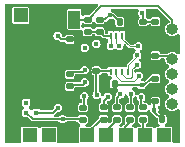
<source format=gbr>
%TF.GenerationSoftware,KiCad,Pcbnew,7.0.2-6a45011f42~172~ubuntu22.04.1*%
%TF.CreationDate,2023-05-25T09:16:40+08:00*%
%TF.ProjectId,fly2040_ds,666c7932-3034-4305-9f64-732e6b696361,rev?*%
%TF.SameCoordinates,PX45b1cc0PY2f4fd10*%
%TF.FileFunction,Copper,L4,Bot*%
%TF.FilePolarity,Positive*%
%FSLAX46Y46*%
G04 Gerber Fmt 4.6, Leading zero omitted, Abs format (unit mm)*
G04 Created by KiCad (PCBNEW 7.0.2-6a45011f42~172~ubuntu22.04.1) date 2023-05-25 09:16:40*
%MOMM*%
%LPD*%
G01*
G04 APERTURE LIST*
G04 Aperture macros list*
%AMRoundRect*
0 Rectangle with rounded corners*
0 $1 Rounding radius*
0 $2 $3 $4 $5 $6 $7 $8 $9 X,Y pos of 4 corners*
0 Add a 4 corners polygon primitive as box body*
4,1,4,$2,$3,$4,$5,$6,$7,$8,$9,$2,$3,0*
0 Add four circle primitives for the rounded corners*
1,1,$1+$1,$2,$3*
1,1,$1+$1,$4,$5*
1,1,$1+$1,$6,$7*
1,1,$1+$1,$8,$9*
0 Add four rect primitives between the rounded corners*
20,1,$1+$1,$2,$3,$4,$5,0*
20,1,$1+$1,$4,$5,$6,$7,0*
20,1,$1+$1,$6,$7,$8,$9,0*
20,1,$1+$1,$8,$9,$2,$3,0*%
G04 Aperture macros list end*
%TA.AperFunction,SMDPad,CuDef*%
%ADD10RoundRect,0.135000X-0.185000X0.135000X-0.185000X-0.135000X0.185000X-0.135000X0.185000X0.135000X0*%
%TD*%
%TA.AperFunction,SMDPad,CuDef*%
%ADD11RoundRect,0.135000X0.185000X-0.135000X0.185000X0.135000X-0.185000X0.135000X-0.185000X-0.135000X0*%
%TD*%
%TA.AperFunction,SMDPad,CuDef*%
%ADD12RoundRect,0.140000X0.170000X-0.140000X0.170000X0.140000X-0.170000X0.140000X-0.170000X-0.140000X0*%
%TD*%
%TA.AperFunction,SMDPad,CuDef*%
%ADD13RoundRect,0.140000X-0.170000X0.140000X-0.170000X-0.140000X0.170000X-0.140000X0.170000X0.140000X0*%
%TD*%
%TA.AperFunction,SMDPad,CuDef*%
%ADD14RoundRect,0.140000X-0.140000X-0.170000X0.140000X-0.170000X0.140000X0.170000X-0.140000X0.170000X0*%
%TD*%
%TA.AperFunction,SMDPad,CuDef*%
%ADD15RoundRect,0.140000X0.140000X0.170000X-0.140000X0.170000X-0.140000X-0.170000X0.140000X-0.170000X0*%
%TD*%
%TA.AperFunction,ComponentPad*%
%ADD16R,1.200000X1.200000*%
%TD*%
%TA.AperFunction,SMDPad,CuDef*%
%ADD17R,0.280000X0.600000*%
%TD*%
%TA.AperFunction,SMDPad,CuDef*%
%ADD18R,1.700000X0.300000*%
%TD*%
%TA.AperFunction,ComponentPad*%
%ADD19O,1.000000X1.000000*%
%TD*%
%TA.AperFunction,SMDPad,CuDef*%
%ADD20R,1.000000X1.524000*%
%TD*%
%TA.AperFunction,SMDPad,CuDef*%
%ADD21R,0.450000X0.450000*%
%TD*%
%TA.AperFunction,ViaPad*%
%ADD22C,0.450000*%
%TD*%
%TA.AperFunction,Conductor*%
%ADD23C,0.200000*%
%TD*%
%TA.AperFunction,Conductor*%
%ADD24C,0.100000*%
%TD*%
G04 APERTURE END LIST*
D10*
%TO.P,R11,1*%
%TO.N,Net-(U1-GPIO29_ADC3)*%
X11810000Y-8900000D03*
%TO.P,R11,2*%
%TO.N,NS_D0*%
X11810000Y-9920000D03*
%TD*%
%TO.P,R10,1*%
%TO.N,Net-(U1-GPIO28_ADC2)*%
X10680000Y-8900000D03*
%TO.P,R10,2*%
%TO.N,NS_CMD*%
X10680000Y-9920000D03*
%TD*%
%TO.P,R9,1*%
%TO.N,Net-(U1-GPIO27_ADC1)*%
X9570000Y-8900000D03*
%TO.P,R9,2*%
%TO.N,NS_CLK*%
X9570000Y-9920000D03*
%TD*%
%TO.P,R8,1*%
%TO.N,Net-(U1-GPIO26_ADC0)*%
X8440000Y-8900000D03*
%TO.P,R8,2*%
%TO.N,NS_RST*%
X8440000Y-9920000D03*
%TD*%
%TO.P,R6,1*%
%TO.N,+3V3*%
X8115000Y-1455000D03*
%TO.P,R6,2*%
%TO.N,QSPI_CS*%
X8115000Y-2475000D03*
%TD*%
%TO.P,R5,1*%
%TO.N,BOOT*%
X7090000Y-1455000D03*
%TO.P,R5,2*%
%TO.N,QSPI_CS*%
X7090000Y-2475000D03*
%TD*%
D11*
%TO.P,R2,1*%
%TO.N,+3V3*%
X6680000Y-9930000D03*
%TO.P,R2,2*%
%TO.N,RST*%
X6680000Y-8910000D03*
%TD*%
D12*
%TO.P,C14,1*%
%TO.N,+3V3*%
X7840000Y-5810000D03*
%TO.P,C14,2*%
%TO.N,GND*%
X7840000Y-4850000D03*
%TD*%
D13*
%TO.P,C13,1*%
%TO.N,+3V3*%
X5570000Y-3130000D03*
%TO.P,C13,2*%
%TO.N,GND*%
X5570000Y-4090000D03*
%TD*%
D14*
%TO.P,C12,1*%
%TO.N,+3V3*%
X9830000Y-1680000D03*
%TO.P,C12,2*%
%TO.N,GND*%
X10790000Y-1680000D03*
%TD*%
D13*
%TO.P,C11,1*%
%TO.N,+3V3*%
X12840000Y-1630000D03*
%TO.P,C11,2*%
%TO.N,GND*%
X12840000Y-2590000D03*
%TD*%
D12*
%TO.P,C10,1*%
%TO.N,+3V3*%
X12840000Y-4525000D03*
%TO.P,C10,2*%
%TO.N,GND*%
X12840000Y-3565000D03*
%TD*%
D13*
%TO.P,C9,1*%
%TO.N,+3V3*%
X11810000Y-1640000D03*
%TO.P,C9,2*%
%TO.N,GND*%
X11810000Y-2600000D03*
%TD*%
D12*
%TO.P,C8,1*%
%TO.N,+3V3*%
X12840000Y-8395000D03*
%TO.P,C8,2*%
%TO.N,GND*%
X12840000Y-7435000D03*
%TD*%
%TO.P,C7,1*%
%TO.N,+3V3*%
X5570000Y-6085000D03*
%TO.P,C7,2*%
%TO.N,GND*%
X5570000Y-5125000D03*
%TD*%
D15*
%TO.P,C6,1*%
%TO.N,GND*%
X14360000Y-9910000D03*
%TO.P,C6,2*%
%TO.N,+3V3*%
X13400000Y-9910000D03*
%TD*%
D12*
%TO.P,C5,1*%
%TO.N,+1V1*%
X12840000Y-6460000D03*
%TO.P,C5,2*%
%TO.N,GND*%
X12840000Y-5500000D03*
%TD*%
D13*
%TO.P,C4,1*%
%TO.N,+1V1*%
X5570000Y-7120000D03*
%TO.P,C4,2*%
%TO.N,GND*%
X5570000Y-8080000D03*
%TD*%
D15*
%TO.P,C2,1*%
%TO.N,+1V1*%
X9380000Y-6880000D03*
%TO.P,C2,2*%
%TO.N,GND*%
X8420000Y-6880000D03*
%TD*%
D16*
%TO.P,J7,1,Pin_1*%
%TO.N,NS_SCL*%
X2177500Y-11220000D03*
%TD*%
D17*
%TO.P,U2,1,CS#*%
%TO.N,QSPI_CS*%
X9040000Y-2861000D03*
%TO.P,U2,2,DO(IO1)*%
%TO.N,QSPI_SD1*%
X9540000Y-2861000D03*
%TO.P,U2,3,WP#(IO2)*%
%TO.N,QSPI_SD2*%
X10040000Y-2861000D03*
%TO.P,U2,4,GND*%
%TO.N,GND*%
X10540000Y-2861000D03*
%TO.P,U2,5,DI(IO0)*%
%TO.N,QSPI_SD0*%
X10540000Y-5875000D03*
%TO.P,U2,6,CLK*%
%TO.N,QSPI_SCK*%
X10040000Y-5875000D03*
%TO.P,U2,7,HOLD#orRESET#(IO3)*%
%TO.N,QSPI_SD3*%
X9540000Y-5875000D03*
%TO.P,U2,8,VCC*%
%TO.N,+3V3*%
X9040000Y-5875000D03*
D18*
%TO.P,U2,9,EP*%
%TO.N,GND*%
X9790000Y-4368000D03*
%TD*%
D19*
%TO.P,J8,1,Pin_1*%
%TO.N,RST*%
X14255753Y-8601880D03*
%TO.P,J8,2,Pin_2*%
%TO.N,D-*%
X14255753Y-7331880D03*
%TO.P,J8,3,Pin_3*%
%TO.N,D+*%
X14255753Y-6061880D03*
%TO.P,J8,4,Pin_4*%
%TO.N,+3V3*%
X14255753Y-4791880D03*
%TO.P,J8,5,Pin_5*%
%TO.N,GND*%
X14255753Y-3521880D03*
%TO.P,J8,6,Pin_6*%
%TO.N,BOOT*%
X14255753Y-2251880D03*
%TD*%
D16*
%TO.P,J1,1,Pin_1*%
%TO.N,NS_CPU*%
X1430000Y-1110000D03*
%TD*%
%TO.P,J4,1,Pin_1*%
%TO.N,NS_CMD*%
X10315000Y-11220000D03*
%TD*%
%TO.P,J2,1,Pin_1*%
%TO.N,NS_RST*%
X7060000Y-11220000D03*
%TD*%
%TO.P,J6,1,Pin_1*%
%TO.N,NS_SDA*%
X3810000Y-11220000D03*
%TD*%
%TO.P,J5,1,Pin_1*%
%TO.N,NS_D0*%
X11942500Y-11220000D03*
%TD*%
%TO.P,J9,1,Pin_1*%
%TO.N,GND*%
X5432500Y-11220000D03*
%TD*%
%TO.P,J3,1,Pin_1*%
%TO.N,NS_CLK*%
X8687500Y-11220000D03*
%TD*%
%TO.P,J10,1,Pin_1*%
%TO.N,+3V3*%
X13570000Y-11220000D03*
%TD*%
D20*
%TO.P,SW1,1,1*%
%TO.N,BOOT*%
X5970000Y-1455000D03*
%TO.P,SW1,2,2*%
%TO.N,GND*%
X2770000Y-1455000D03*
%TD*%
D21*
%TO.P,U5,4,DIN*%
%TO.N,LED_DATA*%
X2755000Y-9345000D03*
%TO.P,U5,3,GND*%
%TO.N,GND*%
X2755000Y-8495000D03*
%TO.P,U5,2,VDD*%
%TO.N,+3V3*%
X1905000Y-9345000D03*
%TO.P,U5,1,DOUT*%
%TO.N,unconnected-(U5-DOUT-Pad1)*%
X1905000Y-8495000D03*
%TD*%
D22*
%TO.N,GND*%
X4440000Y-4640000D03*
X920000Y-8060000D03*
X920000Y-2740000D03*
%TO.N,+3V3*%
X4560000Y-2830000D03*
%TO.N,LED_DATA*%
X4590000Y-8930000D03*
%TO.N,RST*%
X6830000Y-7950000D03*
%TO.N,Net-(U1-GPIO29_ADC3)*%
X11630000Y-8050000D03*
%TO.N,Net-(U1-GPIO28_ADC2)*%
X10780000Y-7760000D03*
%TO.N,Net-(U1-GPIO27_ADC1)*%
X9860000Y-7800000D03*
%TO.N,Net-(U1-GPIO26_ADC0)*%
X8780000Y-7990000D03*
%TO.N,+3V3*%
X7855000Y-7830000D03*
%TO.N,QSPI_SD3*%
X11405000Y-6225000D03*
%TO.N,QSPI_SCK*%
X11290000Y-5270000D03*
%TO.N,QSPI_SD0*%
X11290000Y-4470000D03*
%TO.N,QSPI_SD2*%
X11380000Y-3710000D03*
%TO.N,QSPI_SD1*%
X9775000Y-3695000D03*
%TO.N,QSPI_CS*%
X9050000Y-3685000D03*
%TO.N,+3V3*%
X4980000Y-9880000D03*
X11720000Y-920000D03*
X12755000Y-9090000D03*
X8955000Y-1090000D03*
X6840000Y-5730000D03*
%TO.N,+1V1*%
X6850000Y-6785000D03*
X11660000Y-7010000D03*
%TO.N,NS_SDA*%
X7840000Y-3515000D03*
%TO.N,NS_SCL*%
X6850000Y-3850000D03*
%TD*%
D23*
%TO.N,+3V3*%
X4860000Y-3130000D02*
X4560000Y-2830000D01*
X5570000Y-3130000D02*
X4860000Y-3130000D01*
%TO.N,QSPI_CS*%
X8115000Y-2475000D02*
X7090000Y-2475000D01*
X9040000Y-2861000D02*
X8501000Y-2861000D01*
X8501000Y-2861000D02*
X8115000Y-2475000D01*
D24*
%TO.N,QSPI_SCK*%
X10885000Y-5675000D02*
X10885000Y-6247800D01*
X11290000Y-5270000D02*
X10885000Y-5675000D01*
X10885000Y-6247800D02*
X10737800Y-6395000D01*
X10360000Y-6395000D02*
X10040000Y-6075000D01*
X10737800Y-6395000D02*
X10360000Y-6395000D01*
X10040000Y-6075000D02*
X10040000Y-5875000D01*
%TO.N,QSPI_SD0*%
X11290000Y-4470000D02*
X11290000Y-4525000D01*
X11290000Y-4525000D02*
X10540000Y-5275000D01*
X10540000Y-5275000D02*
X10540000Y-5875000D01*
D23*
%TO.N,+3V3*%
X12840000Y-4525000D02*
X13988873Y-4525000D01*
X13988873Y-4525000D02*
X14255753Y-4791880D01*
%TO.N,BOOT*%
X7090000Y-1455000D02*
X8200000Y-345000D01*
X8200000Y-345000D02*
X13095000Y-345000D01*
X13095000Y-345000D02*
X14255753Y-1505753D01*
X14255753Y-1505753D02*
X14255753Y-2251880D01*
D24*
%TO.N,QSPI_SD2*%
X10040000Y-3078800D02*
X10040000Y-2861000D01*
X11380000Y-3710000D02*
X10671200Y-3710000D01*
X10671200Y-3710000D02*
X10040000Y-3078800D01*
D23*
%TO.N,+1V1*%
X11660000Y-7010000D02*
X9510000Y-7010000D01*
X9510000Y-7010000D02*
X9380000Y-6880000D01*
%TO.N,+3V3*%
X7855000Y-7830000D02*
X7840000Y-7815000D01*
X7840000Y-7815000D02*
X7840000Y-5810000D01*
X8975000Y-5810000D02*
X9040000Y-5875000D01*
X7840000Y-5810000D02*
X8975000Y-5810000D01*
%TO.N,NS_RST*%
X8440000Y-9920000D02*
X8240000Y-9920000D01*
X8240000Y-9920000D02*
X7060000Y-11100000D01*
X7060000Y-11100000D02*
X7060000Y-11220000D01*
%TO.N,NS_CMD*%
X10680000Y-9920000D02*
X10680000Y-10150000D01*
X10680000Y-10150000D02*
X10250000Y-10580000D01*
X10250000Y-10580000D02*
X10250000Y-11155000D01*
X10250000Y-11155000D02*
X10315000Y-11220000D01*
%TO.N,NS_CLK*%
X9570000Y-9920000D02*
X9570000Y-9970000D01*
X9570000Y-9970000D02*
X8687500Y-10852500D01*
X8687500Y-10852500D02*
X8687500Y-11220000D01*
%TO.N,Net-(U1-GPIO27_ADC1)*%
X9860000Y-7800000D02*
X9570000Y-8090000D01*
X9570000Y-8090000D02*
X9570000Y-8900000D01*
%TO.N,Net-(U1-GPIO28_ADC2)*%
X10780000Y-7760000D02*
X10780000Y-8650000D01*
X10780000Y-8650000D02*
X10530000Y-8900000D01*
%TO.N,Net-(U1-GPIO26_ADC0)*%
X8780000Y-7990000D02*
X8440000Y-8330000D01*
X8440000Y-8330000D02*
X8440000Y-8900000D01*
%TO.N,Net-(U1-GPIO29_ADC3)*%
X11630000Y-8050000D02*
X11630000Y-8720000D01*
X11630000Y-8720000D02*
X11810000Y-8900000D01*
%TO.N,+1V1*%
X11890000Y-7010000D02*
X12440000Y-6460000D01*
X11660000Y-7010000D02*
X11890000Y-7010000D01*
X12440000Y-6460000D02*
X12840000Y-6460000D01*
%TO.N,LED_DATA*%
X4590000Y-8930000D02*
X4175000Y-9345000D01*
X4175000Y-9345000D02*
X2755000Y-9345000D01*
%TO.N,RST*%
X6830000Y-7950000D02*
X6830000Y-8760000D01*
X6830000Y-8760000D02*
X6680000Y-8910000D01*
%TO.N,+3V3*%
X1905000Y-9345000D02*
X2440000Y-9880000D01*
X2440000Y-9880000D02*
X4980000Y-9880000D01*
%TO.N,+1V1*%
X5570000Y-7120000D02*
X5720000Y-6970000D01*
X5720000Y-6970000D02*
X6665000Y-6970000D01*
X6665000Y-6970000D02*
X6850000Y-6785000D01*
%TO.N,+3V3*%
X5570000Y-6085000D02*
X5755000Y-5900000D01*
X5755000Y-5900000D02*
X6670000Y-5900000D01*
X6670000Y-5900000D02*
X6840000Y-5730000D01*
X12755000Y-9090000D02*
X12755000Y-8480000D01*
X12755000Y-8480000D02*
X12840000Y-8395000D01*
X12755000Y-9090000D02*
X12755000Y-9265000D01*
X12755000Y-9265000D02*
X13400000Y-9910000D01*
%TO.N,NS_D0*%
X11810000Y-9920000D02*
X11810000Y-11087500D01*
X11810000Y-11087500D02*
X11942500Y-11220000D01*
%TO.N,+3V3*%
X4980000Y-9880000D02*
X6630000Y-9880000D01*
X6630000Y-9880000D02*
X6680000Y-9930000D01*
X11810000Y-1640000D02*
X11810000Y-1010000D01*
X11810000Y-1010000D02*
X11720000Y-920000D01*
X11810000Y-1640000D02*
X12830000Y-1640000D01*
X12830000Y-1640000D02*
X12840000Y-1630000D01*
X8955000Y-1090000D02*
X9240000Y-1090000D01*
X9240000Y-1090000D02*
X9830000Y-1680000D01*
%TO.N,BOOT*%
X5970000Y-1455000D02*
X7090000Y-1455000D01*
%TO.N,+3V3*%
X8115000Y-1455000D02*
X8120000Y-1450000D01*
X8120000Y-1450000D02*
X8595000Y-1450000D01*
X8595000Y-1450000D02*
X8955000Y-1090000D01*
D24*
%TO.N,QSPI_SD3*%
X11405000Y-6225000D02*
X10995000Y-6635000D01*
X10995000Y-6635000D02*
X9945000Y-6635000D01*
X9945000Y-6635000D02*
X9540000Y-6230000D01*
X9540000Y-6230000D02*
X9540000Y-5875000D01*
%TO.N,QSPI_SD1*%
X9775000Y-3695000D02*
X9540000Y-3460000D01*
X9540000Y-3460000D02*
X9540000Y-2861000D01*
%TO.N,QSPI_CS*%
X9050000Y-3685000D02*
X9040000Y-3675000D01*
X9040000Y-3675000D02*
X9040000Y-2861000D01*
%TD*%
%TA.AperFunction,Conductor*%
%TO.N,GND*%
G36*
X7941077Y-120002D02*
G01*
X7987570Y-173658D01*
X7997674Y-243932D01*
X7968180Y-308512D01*
X7962052Y-315095D01*
X7229553Y-1047595D01*
X7167240Y-1081620D01*
X7140457Y-1084500D01*
X6881804Y-1084500D01*
X6854154Y-1090000D01*
X6813111Y-1098164D01*
X6766500Y-1129309D01*
X6698747Y-1150523D01*
X6630280Y-1131740D01*
X6582838Y-1078922D01*
X6570499Y-1024543D01*
X6570499Y-683102D01*
X6569550Y-678332D01*
X6564669Y-653787D01*
X6542457Y-620543D01*
X6509213Y-598331D01*
X6509212Y-598330D01*
X6479899Y-592500D01*
X5460102Y-592500D01*
X5430787Y-598331D01*
X5397543Y-620543D01*
X5375330Y-653787D01*
X5369500Y-683100D01*
X5369500Y-2226897D01*
X5373720Y-2248111D01*
X5375331Y-2256213D01*
X5397543Y-2289457D01*
X5430787Y-2311669D01*
X5460101Y-2317500D01*
X6479898Y-2317499D01*
X6479899Y-2317499D01*
X6494619Y-2314571D01*
X6509213Y-2311669D01*
X6509213Y-2311668D01*
X6518921Y-2309738D01*
X6589635Y-2316067D01*
X6645701Y-2359623D01*
X6669320Y-2426576D01*
X6669500Y-2433317D01*
X6669500Y-2633196D01*
X6675707Y-2664400D01*
X6683164Y-2701888D01*
X6735213Y-2779786D01*
X6787263Y-2814564D01*
X6813112Y-2831836D01*
X6881804Y-2845500D01*
X6881805Y-2845500D01*
X7298195Y-2845500D01*
X7298196Y-2845500D01*
X7366888Y-2831836D01*
X7444786Y-2779786D01*
X7484467Y-2720398D01*
X7538945Y-2674870D01*
X7589233Y-2664400D01*
X7615767Y-2664400D01*
X7683888Y-2684402D01*
X7720532Y-2720398D01*
X7760213Y-2779786D01*
X7812263Y-2814564D01*
X7838112Y-2831836D01*
X7906804Y-2845500D01*
X8165458Y-2845500D01*
X8233579Y-2865502D01*
X8254553Y-2882405D01*
X8329180Y-2957032D01*
X8344215Y-2978220D01*
X8369068Y-2998040D01*
X8379598Y-3007450D01*
X8382164Y-3010016D01*
X8385239Y-3011948D01*
X8396754Y-3020119D01*
X8421612Y-3039942D01*
X8430603Y-3043666D01*
X8436834Y-3044368D01*
X8436836Y-3044369D01*
X8462196Y-3047226D01*
X8476117Y-3049591D01*
X8479659Y-3050400D01*
X8483286Y-3050400D01*
X8497393Y-3051192D01*
X8522751Y-3054049D01*
X8522752Y-3054048D01*
X8528980Y-3054750D01*
X8554588Y-3050400D01*
X8673501Y-3050400D01*
X8741622Y-3070402D01*
X8788115Y-3124058D01*
X8795716Y-3159000D01*
X8797081Y-3158729D01*
X8799501Y-3170897D01*
X8799501Y-3170898D01*
X8805331Y-3200213D01*
X8827543Y-3233457D01*
X8827544Y-3233457D01*
X8841468Y-3254297D01*
X8837905Y-3256677D01*
X8851945Y-3273236D01*
X8861296Y-3343614D01*
X8831114Y-3407875D01*
X8825874Y-3413443D01*
X8762905Y-3476412D01*
X8712500Y-3575338D01*
X8695130Y-3685000D01*
X8712500Y-3794661D01*
X8762906Y-3893589D01*
X8841410Y-3972093D01*
X8841412Y-3972094D01*
X8841413Y-3972095D01*
X8940339Y-4022500D01*
X9050000Y-4039869D01*
X9159661Y-4022500D01*
X9258587Y-3972095D01*
X9318406Y-3912275D01*
X9380716Y-3878252D01*
X9451532Y-3883316D01*
X9496593Y-3912275D01*
X9566413Y-3982095D01*
X9665339Y-4032500D01*
X9775000Y-4049869D01*
X9884661Y-4032500D01*
X9983587Y-3982095D01*
X10062095Y-3903587D01*
X10112500Y-3804661D01*
X10129869Y-3695000D01*
X10128582Y-3686875D01*
X10137679Y-3616465D01*
X10183399Y-3562150D01*
X10251227Y-3541175D01*
X10319627Y-3560200D01*
X10342125Y-3578067D01*
X10599036Y-3834978D01*
X10599040Y-3834980D01*
X10599042Y-3834982D01*
X10601370Y-3835605D01*
X10631759Y-3848193D01*
X10633848Y-3849399D01*
X10633849Y-3849399D01*
X10633851Y-3849400D01*
X10652850Y-3849400D01*
X10708552Y-3849400D01*
X10980440Y-3849400D01*
X11048561Y-3869402D01*
X11092708Y-3918200D01*
X11092906Y-3918589D01*
X11141496Y-3967179D01*
X11175522Y-4029491D01*
X11170457Y-4100306D01*
X11127910Y-4157142D01*
X11109604Y-4168541D01*
X11081410Y-4182906D01*
X11002906Y-4261410D01*
X10952500Y-4360338D01*
X10935130Y-4470000D01*
X10954174Y-4590230D01*
X10945075Y-4660641D01*
X10918821Y-4699036D01*
X10428456Y-5189402D01*
X10428455Y-5189403D01*
X10428454Y-5189405D01*
X10428452Y-5189407D01*
X10421735Y-5196124D01*
X10415017Y-5202842D01*
X10414392Y-5205178D01*
X10401807Y-5235559D01*
X10400601Y-5237647D01*
X10400600Y-5256647D01*
X10400600Y-5365800D01*
X10380598Y-5433921D01*
X10326942Y-5480414D01*
X10256668Y-5490518D01*
X10241813Y-5484825D01*
X10189899Y-5474500D01*
X9890102Y-5474500D01*
X9860787Y-5480331D01*
X9860000Y-5480857D01*
X9792246Y-5502070D01*
X9723780Y-5483285D01*
X9719999Y-5480856D01*
X9719212Y-5480330D01*
X9689899Y-5474500D01*
X9390102Y-5474500D01*
X9360787Y-5480331D01*
X9360000Y-5480857D01*
X9292246Y-5502070D01*
X9223780Y-5483285D01*
X9219999Y-5480856D01*
X9219212Y-5480330D01*
X9189899Y-5474500D01*
X8890102Y-5474500D01*
X8860787Y-5480331D01*
X8827543Y-5502543D01*
X8791407Y-5556626D01*
X8789658Y-5555457D01*
X8775730Y-5582087D01*
X8714036Y-5617222D01*
X8685055Y-5620600D01*
X8333587Y-5620600D01*
X8265466Y-5600598D01*
X8228823Y-5564603D01*
X8183391Y-5496609D01*
X8175312Y-5491211D01*
X8103839Y-5443454D01*
X8101079Y-5442905D01*
X8033688Y-5429500D01*
X7646312Y-5429500D01*
X7611236Y-5436477D01*
X7576160Y-5443454D01*
X7496608Y-5496608D01*
X7443454Y-5576160D01*
X7429149Y-5648075D01*
X7396241Y-5710984D01*
X7351590Y-5736408D01*
X7399893Y-5768435D01*
X7428461Y-5833430D01*
X7429500Y-5849578D01*
X7429500Y-5973688D01*
X7436697Y-6009871D01*
X7443454Y-6043839D01*
X7464296Y-6075032D01*
X7496609Y-6123391D01*
X7576161Y-6176546D01*
X7576163Y-6176546D01*
X7594601Y-6188866D01*
X7640129Y-6243343D01*
X7650600Y-6293632D01*
X7650600Y-7486527D01*
X7630598Y-7554648D01*
X7613695Y-7575622D01*
X7567906Y-7621410D01*
X7517500Y-7720338D01*
X7500130Y-7830000D01*
X7517500Y-7939661D01*
X7567906Y-8038589D01*
X7646410Y-8117093D01*
X7646412Y-8117094D01*
X7646413Y-8117095D01*
X7745339Y-8167500D01*
X7855000Y-8184869D01*
X7964661Y-8167500D01*
X8063587Y-8117095D01*
X8063589Y-8117092D01*
X8078226Y-8109635D01*
X8148002Y-8096531D01*
X8213787Y-8123231D01*
X8254694Y-8181258D01*
X8257081Y-8236953D01*
X8259851Y-8237266D01*
X8253772Y-8291198D01*
X8251410Y-8305104D01*
X8250600Y-8308655D01*
X8250600Y-8312286D01*
X8249808Y-8326393D01*
X8246249Y-8357980D01*
X8250600Y-8383588D01*
X8250600Y-8422356D01*
X8230598Y-8490477D01*
X8176942Y-8536970D01*
X8168116Y-8539820D01*
X8085213Y-8595213D01*
X8033164Y-8673111D01*
X8033163Y-8673112D01*
X8033164Y-8673112D01*
X8019500Y-8741804D01*
X8019500Y-9058196D01*
X8027736Y-9099601D01*
X8033164Y-9126888D01*
X8085213Y-9204786D01*
X8109014Y-9220689D01*
X8163112Y-9256836D01*
X8231804Y-9270500D01*
X8231805Y-9270500D01*
X8648195Y-9270500D01*
X8648196Y-9270500D01*
X8716888Y-9256836D01*
X8794786Y-9204786D01*
X8846836Y-9126888D01*
X8860500Y-9058196D01*
X8860500Y-8741804D01*
X8846836Y-8673112D01*
X8794786Y-8595214D01*
X8756750Y-8569799D01*
X8711223Y-8515321D01*
X8702376Y-8444878D01*
X8733017Y-8380834D01*
X8793419Y-8343523D01*
X8807030Y-8340587D01*
X8889661Y-8327500D01*
X8988587Y-8277095D01*
X9067095Y-8198587D01*
X9117500Y-8099661D01*
X9134869Y-7990000D01*
X9117500Y-7880339D01*
X9067095Y-7781413D01*
X9067094Y-7781412D01*
X9067093Y-7781410D01*
X8988589Y-7702906D01*
X8889661Y-7652500D01*
X8780000Y-7635130D01*
X8670338Y-7652500D01*
X8571410Y-7702906D01*
X8492906Y-7781410D01*
X8447168Y-7871176D01*
X8398419Y-7922791D01*
X8329504Y-7939857D01*
X8262303Y-7916956D01*
X8218151Y-7861358D01*
X8210452Y-7833684D01*
X8209868Y-7830001D01*
X8209869Y-7830000D01*
X8192500Y-7720339D01*
X8142095Y-7621413D01*
X8112092Y-7591410D01*
X8066304Y-7545621D01*
X8032279Y-7483309D01*
X8029400Y-7456526D01*
X8029400Y-6293632D01*
X8049402Y-6225511D01*
X8085399Y-6188866D01*
X8103836Y-6176546D01*
X8103839Y-6176546D01*
X8183391Y-6123391D01*
X8228822Y-6055397D01*
X8283298Y-6009871D01*
X8333587Y-5999400D01*
X8673501Y-5999400D01*
X8741622Y-6019402D01*
X8788115Y-6073058D01*
X8799501Y-6125400D01*
X8799501Y-6184898D01*
X8805331Y-6214213D01*
X8827543Y-6247457D01*
X8860787Y-6269669D01*
X8890101Y-6275500D01*
X9042020Y-6275499D01*
X9110140Y-6295501D01*
X9156633Y-6349156D01*
X9166738Y-6419430D01*
X9137245Y-6484011D01*
X9112023Y-6506264D01*
X9066608Y-6536609D01*
X9013454Y-6616160D01*
X9013453Y-6616161D01*
X9013454Y-6616161D01*
X8999500Y-6686312D01*
X8999500Y-7073688D01*
X9010187Y-7127416D01*
X9013454Y-7143839D01*
X9066608Y-7223391D01*
X9119763Y-7258907D01*
X9146161Y-7276546D01*
X9216312Y-7290500D01*
X9216313Y-7290500D01*
X9543684Y-7290500D01*
X9543688Y-7290500D01*
X9548402Y-7289562D01*
X9619114Y-7295887D01*
X9675183Y-7339439D01*
X9698805Y-7406390D01*
X9682481Y-7475485D01*
X9662082Y-7502235D01*
X9572905Y-7591412D01*
X9522500Y-7690338D01*
X9505130Y-7800001D01*
X9506807Y-7810588D01*
X9497706Y-7880998D01*
X9451983Y-7935312D01*
X9450380Y-7936223D01*
X9432958Y-7958069D01*
X9423556Y-7968590D01*
X9420984Y-7971161D01*
X9419051Y-7974239D01*
X9410882Y-7985752D01*
X9391063Y-8010605D01*
X9387332Y-8019614D01*
X9383772Y-8051198D01*
X9381410Y-8065104D01*
X9380600Y-8068655D01*
X9380600Y-8072286D01*
X9379808Y-8086393D01*
X9376249Y-8117980D01*
X9380600Y-8143588D01*
X9380600Y-8422356D01*
X9360598Y-8490477D01*
X9306942Y-8536970D01*
X9298116Y-8539820D01*
X9215213Y-8595213D01*
X9163164Y-8673111D01*
X9163163Y-8673112D01*
X9163164Y-8673112D01*
X9149500Y-8741804D01*
X9149500Y-9058196D01*
X9157736Y-9099601D01*
X9163164Y-9126888D01*
X9215213Y-9204786D01*
X9239014Y-9220689D01*
X9293112Y-9256836D01*
X9361804Y-9270500D01*
X9361805Y-9270500D01*
X9778195Y-9270500D01*
X9778196Y-9270500D01*
X9846888Y-9256836D01*
X9924786Y-9204786D01*
X9976836Y-9126888D01*
X9990500Y-9058196D01*
X9990500Y-8741804D01*
X9976836Y-8673112D01*
X9947254Y-8628839D01*
X9924786Y-8595213D01*
X9826049Y-8529240D01*
X9826788Y-8528133D01*
X9797906Y-8513024D01*
X9762776Y-8451328D01*
X9759400Y-8422356D01*
X9759400Y-8278416D01*
X9779402Y-8210295D01*
X9833058Y-8163802D01*
X9865684Y-8153968D01*
X9969661Y-8137500D01*
X10068587Y-8087095D01*
X10147095Y-8008587D01*
X10197500Y-7909661D01*
X10199767Y-7895344D01*
X10230179Y-7831193D01*
X10290446Y-7793666D01*
X10361436Y-7794679D01*
X10420608Y-7833911D01*
X10436483Y-7857853D01*
X10492906Y-7968589D01*
X10553695Y-8029378D01*
X10587721Y-8091690D01*
X10590600Y-8118473D01*
X10590600Y-8403500D01*
X10570598Y-8471621D01*
X10516942Y-8518114D01*
X10483633Y-8525359D01*
X10483976Y-8527079D01*
X10471805Y-8529500D01*
X10471804Y-8529500D01*
X10446864Y-8534461D01*
X10403111Y-8543164D01*
X10325213Y-8595213D01*
X10273164Y-8673111D01*
X10273163Y-8673112D01*
X10273164Y-8673112D01*
X10259500Y-8741804D01*
X10259500Y-9058196D01*
X10267736Y-9099601D01*
X10273164Y-9126888D01*
X10325213Y-9204786D01*
X10349014Y-9220689D01*
X10403112Y-9256836D01*
X10471804Y-9270500D01*
X10471805Y-9270500D01*
X10888195Y-9270500D01*
X10888196Y-9270500D01*
X10956888Y-9256836D01*
X11034786Y-9204786D01*
X11086836Y-9126888D01*
X11100500Y-9058196D01*
X11100500Y-8741804D01*
X11086836Y-8673112D01*
X11034786Y-8595214D01*
X11034785Y-8595213D01*
X11025396Y-8588939D01*
X10979869Y-8534461D01*
X10969400Y-8484175D01*
X10969400Y-8118473D01*
X10989402Y-8050352D01*
X11006304Y-8029378D01*
X11029973Y-8005709D01*
X11060696Y-7974985D01*
X11123006Y-7940962D01*
X11193821Y-7946026D01*
X11250658Y-7988572D01*
X11274239Y-8044370D01*
X11289954Y-8143588D01*
X11292500Y-8159661D01*
X11342905Y-8258587D01*
X11403696Y-8319378D01*
X11437720Y-8381688D01*
X11440600Y-8408472D01*
X11440600Y-8578863D01*
X11420598Y-8646984D01*
X11419366Y-8648864D01*
X11403164Y-8673111D01*
X11403163Y-8673112D01*
X11403164Y-8673112D01*
X11389500Y-8741804D01*
X11389500Y-9058196D01*
X11397736Y-9099601D01*
X11403164Y-9126888D01*
X11455213Y-9204786D01*
X11479014Y-9220689D01*
X11533112Y-9256836D01*
X11601804Y-9270500D01*
X11601805Y-9270500D01*
X12018195Y-9270500D01*
X12018196Y-9270500D01*
X12086888Y-9256836D01*
X12164786Y-9204786D01*
X12190878Y-9165735D01*
X12245354Y-9120209D01*
X12315797Y-9111360D01*
X12379841Y-9142001D01*
X12405424Y-9183416D01*
X12408440Y-9181880D01*
X12467906Y-9298589D01*
X12546411Y-9377094D01*
X12636342Y-9422916D01*
X12668235Y-9446087D01*
X12831361Y-9609213D01*
X12982595Y-9760446D01*
X13016620Y-9822759D01*
X13019500Y-9849542D01*
X13019500Y-10103688D01*
X13022870Y-10120630D01*
X13033454Y-10173839D01*
X13074177Y-10234786D01*
X13086609Y-10253391D01*
X13139506Y-10288736D01*
X13185033Y-10343211D01*
X13193882Y-10413654D01*
X13163241Y-10477698D01*
X13102840Y-10515010D01*
X13069505Y-10519500D01*
X12960102Y-10519500D01*
X12930787Y-10525331D01*
X12897543Y-10547543D01*
X12861407Y-10601626D01*
X12858212Y-10599491D01*
X12846907Y-10621095D01*
X12785206Y-10656217D01*
X12714312Y-10652405D01*
X12656733Y-10610870D01*
X12652182Y-10600900D01*
X12651094Y-10601628D01*
X12632491Y-10573786D01*
X12614957Y-10547543D01*
X12581713Y-10525331D01*
X12581712Y-10525330D01*
X12552400Y-10519500D01*
X12552399Y-10519500D01*
X12139082Y-10519500D01*
X12070961Y-10499498D01*
X12024468Y-10445842D01*
X12014364Y-10375568D01*
X12043858Y-10310988D01*
X12069080Y-10288735D01*
X12164786Y-10224786D01*
X12169655Y-10217499D01*
X12216836Y-10146888D01*
X12230500Y-10078196D01*
X12230500Y-9761804D01*
X12216836Y-9693112D01*
X12185464Y-9646160D01*
X12164786Y-9615213D01*
X12086888Y-9563164D01*
X12068468Y-9559500D01*
X12018196Y-9549500D01*
X11601804Y-9549500D01*
X11567458Y-9556332D01*
X11533111Y-9563164D01*
X11455213Y-9615213D01*
X11403164Y-9693111D01*
X11403163Y-9693112D01*
X11403164Y-9693112D01*
X11389500Y-9761804D01*
X11389500Y-10078196D01*
X11396875Y-10115272D01*
X11403164Y-10146888D01*
X11450345Y-10217500D01*
X11455214Y-10224786D01*
X11533112Y-10276836D01*
X11533113Y-10276836D01*
X11550921Y-10288735D01*
X11596448Y-10343211D01*
X11605297Y-10413654D01*
X11574656Y-10477699D01*
X11514254Y-10515010D01*
X11480920Y-10519500D01*
X11332602Y-10519500D01*
X11303287Y-10525331D01*
X11270043Y-10547543D01*
X11233907Y-10601626D01*
X11230712Y-10599491D01*
X11219407Y-10621095D01*
X11157706Y-10656217D01*
X11086812Y-10652405D01*
X11029233Y-10610870D01*
X11024682Y-10600900D01*
X11023594Y-10601628D01*
X11004991Y-10573786D01*
X10987457Y-10547543D01*
X10954213Y-10525331D01*
X10954212Y-10525330D01*
X10952189Y-10524928D01*
X10889280Y-10492020D01*
X10854148Y-10430325D01*
X10857948Y-10359430D01*
X10899474Y-10301844D01*
X10952188Y-10277770D01*
X10956888Y-10276836D01*
X11034786Y-10224786D01*
X11086836Y-10146888D01*
X11100500Y-10078196D01*
X11100500Y-9761804D01*
X11086836Y-9693112D01*
X11055464Y-9646160D01*
X11034786Y-9615213D01*
X10956888Y-9563164D01*
X10938468Y-9559500D01*
X10888196Y-9549500D01*
X10471804Y-9549500D01*
X10437458Y-9556332D01*
X10403111Y-9563164D01*
X10325213Y-9615213D01*
X10273164Y-9693111D01*
X10259500Y-9761805D01*
X10259500Y-10078194D01*
X10273659Y-10149379D01*
X10293845Y-10213839D01*
X10275063Y-10282307D01*
X10256960Y-10305185D01*
X10153962Y-10408183D01*
X10132778Y-10423216D01*
X10112960Y-10448067D01*
X10103554Y-10458593D01*
X10090954Y-10471195D01*
X10090191Y-10470433D01*
X10048190Y-10507578D01*
X9994691Y-10519500D01*
X9899080Y-10519500D01*
X9830959Y-10499498D01*
X9784466Y-10445842D01*
X9774362Y-10375568D01*
X9803856Y-10310988D01*
X9829079Y-10288734D01*
X9846884Y-10276836D01*
X9846888Y-10276836D01*
X9924786Y-10224786D01*
X9976836Y-10146888D01*
X9990500Y-10078196D01*
X9990500Y-9761804D01*
X9976836Y-9693112D01*
X9945464Y-9646160D01*
X9924786Y-9615213D01*
X9846888Y-9563164D01*
X9828468Y-9559500D01*
X9778196Y-9549500D01*
X9361804Y-9549500D01*
X9327458Y-9556332D01*
X9293111Y-9563164D01*
X9215213Y-9615213D01*
X9163164Y-9693111D01*
X9149500Y-9761805D01*
X9149500Y-10070456D01*
X9129498Y-10138577D01*
X9112595Y-10159551D01*
X9071410Y-10200736D01*
X9009098Y-10234762D01*
X8938283Y-10229697D01*
X8881447Y-10187150D01*
X8856636Y-10120630D01*
X8858736Y-10087060D01*
X8860500Y-10078196D01*
X8860500Y-9761804D01*
X8846836Y-9693112D01*
X8815464Y-9646160D01*
X8794786Y-9615213D01*
X8716888Y-9563164D01*
X8698468Y-9559500D01*
X8648196Y-9549500D01*
X8231804Y-9549500D01*
X8197458Y-9556332D01*
X8163111Y-9563164D01*
X8085213Y-9615213D01*
X8033164Y-9693111D01*
X8019500Y-9761805D01*
X8019500Y-9820457D01*
X7999498Y-9888578D01*
X7982599Y-9909547D01*
X7691411Y-10200736D01*
X7409551Y-10482596D01*
X7347239Y-10516621D01*
X7320456Y-10519500D01*
X7024047Y-10519500D01*
X6955926Y-10499498D01*
X6909433Y-10445842D01*
X6899329Y-10375568D01*
X6928823Y-10310988D01*
X6954046Y-10288735D01*
X7034785Y-10234787D01*
X7038217Y-10229651D01*
X7086836Y-10156888D01*
X7100500Y-10088196D01*
X7100500Y-9771804D01*
X7086836Y-9703112D01*
X7065045Y-9670499D01*
X7034786Y-9625213D01*
X6956888Y-9573164D01*
X6888196Y-9559500D01*
X6471804Y-9559500D01*
X6437458Y-9566332D01*
X6403111Y-9573164D01*
X6325213Y-9625213D01*
X6318941Y-9634602D01*
X6264464Y-9680130D01*
X6214176Y-9690600D01*
X5338473Y-9690600D01*
X5270352Y-9670598D01*
X5249378Y-9653695D01*
X5188589Y-9592906D01*
X5089661Y-9542500D01*
X4980000Y-9525130D01*
X4870338Y-9542500D01*
X4771410Y-9592906D01*
X4710622Y-9653695D01*
X4648310Y-9687721D01*
X4621527Y-9690600D01*
X4405493Y-9690600D01*
X4337372Y-9670598D01*
X4290879Y-9616942D01*
X4280775Y-9546668D01*
X4310269Y-9482088D01*
X4326934Y-9466089D01*
X4331786Y-9462218D01*
X4346819Y-9441031D01*
X4469484Y-9318366D01*
X4531794Y-9284342D01*
X4578288Y-9283014D01*
X4589999Y-9284869D01*
X4589999Y-9284868D01*
X4590000Y-9284869D01*
X4699661Y-9267500D01*
X4798587Y-9217095D01*
X4877095Y-9138587D01*
X4912961Y-9068196D01*
X6259500Y-9068196D01*
X6267836Y-9110101D01*
X6273164Y-9136888D01*
X6325213Y-9214786D01*
X6334048Y-9220689D01*
X6403112Y-9266836D01*
X6471804Y-9280500D01*
X6471805Y-9280500D01*
X6888195Y-9280500D01*
X6888196Y-9280500D01*
X6956888Y-9266836D01*
X7034786Y-9214786D01*
X7086836Y-9136888D01*
X7100500Y-9068196D01*
X7100500Y-8751804D01*
X7086836Y-8683112D01*
X7040634Y-8613967D01*
X7019420Y-8546215D01*
X7019400Y-8543966D01*
X7019400Y-8308473D01*
X7039402Y-8240352D01*
X7056305Y-8219378D01*
X7117093Y-8158589D01*
X7117095Y-8158587D01*
X7167500Y-8059661D01*
X7184869Y-7950000D01*
X7167500Y-7840339D01*
X7117095Y-7741413D01*
X7117094Y-7741412D01*
X7117093Y-7741410D01*
X7038589Y-7662906D01*
X6939661Y-7612500D01*
X6830000Y-7595130D01*
X6720338Y-7612500D01*
X6621410Y-7662906D01*
X6542906Y-7741410D01*
X6492500Y-7840338D01*
X6475130Y-7950000D01*
X6492058Y-8056871D01*
X6492500Y-8059661D01*
X6542905Y-8158587D01*
X6603696Y-8219378D01*
X6637720Y-8281688D01*
X6640600Y-8308472D01*
X6640600Y-8413500D01*
X6620598Y-8481621D01*
X6566942Y-8528114D01*
X6514600Y-8539500D01*
X6471804Y-8539500D01*
X6438046Y-8546215D01*
X6403111Y-8553164D01*
X6325213Y-8605213D01*
X6273164Y-8683111D01*
X6269024Y-8703925D01*
X6259500Y-8751804D01*
X6259500Y-9068196D01*
X4912961Y-9068196D01*
X4927500Y-9039661D01*
X4944869Y-8930000D01*
X4927500Y-8820339D01*
X4877095Y-8721413D01*
X4877094Y-8721412D01*
X4877093Y-8721410D01*
X4798589Y-8642906D01*
X4699661Y-8592500D01*
X4590000Y-8575130D01*
X4480338Y-8592500D01*
X4381410Y-8642906D01*
X4302906Y-8721410D01*
X4252500Y-8820338D01*
X4235130Y-8930001D01*
X4236985Y-8941710D01*
X4227885Y-9012121D01*
X4201633Y-9050513D01*
X4133454Y-9118694D01*
X4071142Y-9152720D01*
X4044357Y-9155600D01*
X3192006Y-9155600D01*
X3123885Y-9135598D01*
X3087240Y-9099601D01*
X3066255Y-9068194D01*
X3052457Y-9047543D01*
X3028808Y-9031742D01*
X3019212Y-9025330D01*
X2989899Y-9019500D01*
X2520102Y-9019500D01*
X2490787Y-9025331D01*
X2457542Y-9047543D01*
X2434764Y-9081634D01*
X2380286Y-9127161D01*
X2309843Y-9136008D01*
X2245799Y-9105367D01*
X2225233Y-9081631D01*
X2202456Y-9047542D01*
X2168366Y-9024764D01*
X2122838Y-8970287D01*
X2113990Y-8899844D01*
X2144631Y-8835800D01*
X2168369Y-8815232D01*
X2169211Y-8814669D01*
X2169213Y-8814669D01*
X2202457Y-8792457D01*
X2224669Y-8759213D01*
X2230500Y-8729899D01*
X2230499Y-8260102D01*
X2224669Y-8230787D01*
X2202457Y-8197543D01*
X2169213Y-8175331D01*
X2169212Y-8175330D01*
X2139899Y-8169500D01*
X1670102Y-8169500D01*
X1640787Y-8175331D01*
X1607543Y-8197543D01*
X1585330Y-8230787D01*
X1579500Y-8260100D01*
X1579500Y-8729897D01*
X1583858Y-8751805D01*
X1585331Y-8759213D01*
X1603876Y-8786968D01*
X1607543Y-8792457D01*
X1641632Y-8815234D01*
X1687160Y-8869711D01*
X1696009Y-8940154D01*
X1665368Y-9004199D01*
X1641632Y-9024766D01*
X1607543Y-9047543D01*
X1585330Y-9080787D01*
X1579500Y-9110100D01*
X1579500Y-9579897D01*
X1582088Y-9592906D01*
X1585331Y-9609213D01*
X1607543Y-9642457D01*
X1640787Y-9664669D01*
X1670101Y-9670500D01*
X1910457Y-9670499D01*
X1978577Y-9690501D01*
X1999552Y-9707404D01*
X2268180Y-9976032D01*
X2283215Y-9997220D01*
X2308068Y-10017040D01*
X2318598Y-10026450D01*
X2321164Y-10029016D01*
X2324239Y-10030948D01*
X2335754Y-10039119D01*
X2360612Y-10058942D01*
X2369603Y-10062666D01*
X2375834Y-10063368D01*
X2375836Y-10063369D01*
X2401196Y-10066226D01*
X2415117Y-10068591D01*
X2418659Y-10069400D01*
X2422286Y-10069400D01*
X2436393Y-10070192D01*
X2461751Y-10073049D01*
X2461752Y-10073048D01*
X2467980Y-10073750D01*
X2493588Y-10069400D01*
X4621527Y-10069400D01*
X4689648Y-10089402D01*
X4710622Y-10106305D01*
X4771410Y-10167093D01*
X4771412Y-10167094D01*
X4771413Y-10167095D01*
X4870339Y-10217500D01*
X4980000Y-10234869D01*
X5089661Y-10217500D01*
X5188587Y-10167095D01*
X5217105Y-10138577D01*
X5249378Y-10106305D01*
X5311690Y-10072279D01*
X5338473Y-10069400D01*
X6152356Y-10069400D01*
X6220477Y-10089402D01*
X6266970Y-10143058D01*
X6269820Y-10151883D01*
X6273163Y-10156887D01*
X6273164Y-10156888D01*
X6279983Y-10167093D01*
X6325213Y-10234786D01*
X6423951Y-10300760D01*
X6423895Y-10300842D01*
X6456346Y-10317816D01*
X6491479Y-10379510D01*
X6487681Y-10450405D01*
X6446157Y-10507992D01*
X6438858Y-10513255D01*
X6387544Y-10547541D01*
X6365330Y-10580787D01*
X6359500Y-10610100D01*
X6359501Y-11774000D01*
X6339499Y-11842121D01*
X6285843Y-11888614D01*
X6233501Y-11900000D01*
X4636500Y-11900000D01*
X4568379Y-11879998D01*
X4521886Y-11826342D01*
X4510500Y-11774000D01*
X4510499Y-10610102D01*
X4510499Y-10610100D01*
X4504669Y-10580787D01*
X4482457Y-10547543D01*
X4449213Y-10525331D01*
X4449212Y-10525330D01*
X4419899Y-10519500D01*
X3200102Y-10519500D01*
X3170787Y-10525331D01*
X3137543Y-10547543D01*
X3101407Y-10601626D01*
X3101233Y-10601509D01*
X3084421Y-10633650D01*
X3022726Y-10668782D01*
X2951832Y-10664982D01*
X2894246Y-10623456D01*
X2880355Y-10593039D01*
X2867491Y-10573786D01*
X2849957Y-10547543D01*
X2816713Y-10525331D01*
X2816712Y-10525330D01*
X2787399Y-10519500D01*
X1567602Y-10519500D01*
X1538287Y-10525331D01*
X1505043Y-10547543D01*
X1482830Y-10580787D01*
X1477000Y-10610100D01*
X1477001Y-11774000D01*
X1456999Y-11842121D01*
X1403343Y-11888614D01*
X1351001Y-11900000D01*
X226000Y-11900000D01*
X157879Y-11879998D01*
X111386Y-11826342D01*
X100000Y-11774000D01*
X100000Y-7283688D01*
X5159500Y-7283688D01*
X5162167Y-7297095D01*
X5173454Y-7353839D01*
X5226608Y-7433391D01*
X5279763Y-7468907D01*
X5306161Y-7486546D01*
X5376312Y-7500500D01*
X5376313Y-7500500D01*
X5763687Y-7500500D01*
X5763688Y-7500500D01*
X5833839Y-7486546D01*
X5913391Y-7433391D01*
X5966546Y-7353839D01*
X5980500Y-7283688D01*
X5980500Y-7283686D01*
X5982921Y-7271516D01*
X5984485Y-7271827D01*
X6000502Y-7217279D01*
X6054158Y-7170786D01*
X6106500Y-7159400D01*
X6611414Y-7159400D01*
X6637021Y-7163750D01*
X6643247Y-7163048D01*
X6643249Y-7163049D01*
X6668606Y-7160192D01*
X6682713Y-7159400D01*
X6686339Y-7159400D01*
X6686341Y-7159400D01*
X6689884Y-7158591D01*
X6703796Y-7156227D01*
X6729164Y-7153369D01*
X6729166Y-7153367D01*
X6735401Y-7152665D01*
X6759402Y-7142724D01*
X6777338Y-7138632D01*
X6778014Y-7141596D01*
X6793616Y-7135216D01*
X6826229Y-7136103D01*
X6850000Y-7139869D01*
X6959661Y-7122500D01*
X7058587Y-7072095D01*
X7137095Y-6993587D01*
X7187500Y-6894661D01*
X7204869Y-6785000D01*
X7187500Y-6675339D01*
X7137095Y-6576413D01*
X7137094Y-6576412D01*
X7137093Y-6576410D01*
X7058589Y-6497906D01*
X6959661Y-6447500D01*
X6849999Y-6430130D01*
X6740338Y-6447500D01*
X6641410Y-6497906D01*
X6562905Y-6576411D01*
X6507841Y-6684482D01*
X6482250Y-6738464D01*
X6421982Y-6775991D01*
X6388214Y-6780600D01*
X5912687Y-6780600D01*
X5844566Y-6760598D01*
X5842685Y-6759365D01*
X5833839Y-6753454D01*
X5799110Y-6746546D01*
X5763688Y-6739500D01*
X5376312Y-6739500D01*
X5341236Y-6746477D01*
X5306160Y-6753454D01*
X5226608Y-6806608D01*
X5173454Y-6886160D01*
X5168272Y-6912214D01*
X5159500Y-6956312D01*
X5159500Y-7283688D01*
X100000Y-7283688D01*
X100000Y-6248688D01*
X5159500Y-6248688D01*
X5166485Y-6283805D01*
X5173454Y-6318839D01*
X5226608Y-6398391D01*
X5258096Y-6419430D01*
X5306161Y-6451546D01*
X5376312Y-6465500D01*
X5376313Y-6465500D01*
X5763687Y-6465500D01*
X5763688Y-6465500D01*
X5833839Y-6451546D01*
X5913391Y-6398391D01*
X5966546Y-6318839D01*
X5980500Y-6248688D01*
X5980500Y-6215400D01*
X6000502Y-6147279D01*
X6054158Y-6100786D01*
X6106500Y-6089400D01*
X6616414Y-6089400D01*
X6642021Y-6093750D01*
X6648247Y-6093048D01*
X6648249Y-6093049D01*
X6673606Y-6090192D01*
X6687713Y-6089400D01*
X6691339Y-6089400D01*
X6691341Y-6089400D01*
X6694884Y-6088591D01*
X6708796Y-6086227D01*
X6734164Y-6083369D01*
X6734165Y-6083368D01*
X6762746Y-6080148D01*
X6762994Y-6082354D01*
X6781819Y-6077031D01*
X6800273Y-6078577D01*
X6839997Y-6084869D01*
X6839998Y-6084868D01*
X6840000Y-6084869D01*
X6949661Y-6067500D01*
X7048587Y-6017095D01*
X7127095Y-5938587D01*
X7177500Y-5839661D01*
X7179051Y-5829867D01*
X7209464Y-5765715D01*
X7255956Y-5736765D01*
X7206065Y-5700788D01*
X7181121Y-5643202D01*
X7177500Y-5620339D01*
X7127095Y-5521413D01*
X7127094Y-5521412D01*
X7127093Y-5521410D01*
X7048589Y-5442906D01*
X6949661Y-5392500D01*
X6840000Y-5375130D01*
X6730338Y-5392500D01*
X6631410Y-5442906D01*
X6552905Y-5521411D01*
X6493440Y-5638120D01*
X6489872Y-5636302D01*
X6474630Y-5668460D01*
X6414364Y-5705989D01*
X6380590Y-5710600D01*
X5808582Y-5710600D01*
X5772648Y-5704500D01*
X5763688Y-5704500D01*
X5376312Y-5704500D01*
X5343715Y-5710984D01*
X5306160Y-5718454D01*
X5226608Y-5771608D01*
X5173454Y-5851160D01*
X5169681Y-5870130D01*
X5159500Y-5921312D01*
X5159500Y-6248688D01*
X100000Y-6248688D01*
X100000Y-3849999D01*
X6495130Y-3849999D01*
X6512500Y-3959661D01*
X6562906Y-4058589D01*
X6641410Y-4137093D01*
X6641412Y-4137094D01*
X6641413Y-4137095D01*
X6740339Y-4187500D01*
X6850000Y-4204869D01*
X6959661Y-4187500D01*
X7058587Y-4137095D01*
X7137095Y-4058587D01*
X7187500Y-3959661D01*
X7204869Y-3850000D01*
X7187500Y-3740339D01*
X7137095Y-3641413D01*
X7137094Y-3641412D01*
X7137093Y-3641410D01*
X7058589Y-3562906D01*
X6964568Y-3515000D01*
X7485130Y-3515000D01*
X7502500Y-3624661D01*
X7552906Y-3723589D01*
X7631410Y-3802093D01*
X7631412Y-3802094D01*
X7631413Y-3802095D01*
X7730339Y-3852500D01*
X7840000Y-3869869D01*
X7949661Y-3852500D01*
X8048587Y-3802095D01*
X8127095Y-3723587D01*
X8177500Y-3624661D01*
X8194869Y-3515000D01*
X8177500Y-3405339D01*
X8127095Y-3306413D01*
X8127094Y-3306412D01*
X8127093Y-3306410D01*
X8048589Y-3227906D01*
X7949661Y-3177500D01*
X7840000Y-3160130D01*
X7730338Y-3177500D01*
X7631410Y-3227906D01*
X7552906Y-3306410D01*
X7502500Y-3405338D01*
X7485130Y-3515000D01*
X6964568Y-3515000D01*
X6959661Y-3512500D01*
X6850000Y-3495130D01*
X6740338Y-3512500D01*
X6641410Y-3562906D01*
X6562906Y-3641410D01*
X6512500Y-3740338D01*
X6495130Y-3849999D01*
X100000Y-3849999D01*
X100000Y-2829999D01*
X4205130Y-2829999D01*
X4222500Y-2939661D01*
X4272906Y-3038589D01*
X4351410Y-3117093D01*
X4351412Y-3117094D01*
X4351413Y-3117095D01*
X4450339Y-3167500D01*
X4560000Y-3184869D01*
X4560001Y-3184868D01*
X4560002Y-3184869D01*
X4571709Y-3183015D01*
X4642120Y-3192113D01*
X4680516Y-3218368D01*
X4688180Y-3226032D01*
X4703215Y-3247220D01*
X4728068Y-3267040D01*
X4738598Y-3276450D01*
X4741164Y-3279016D01*
X4744239Y-3280948D01*
X4755754Y-3289119D01*
X4780612Y-3308942D01*
X4789603Y-3312666D01*
X4795834Y-3313368D01*
X4795836Y-3313369D01*
X4821196Y-3316226D01*
X4835117Y-3318591D01*
X4838659Y-3319400D01*
X4842286Y-3319400D01*
X4856393Y-3320192D01*
X4881751Y-3323049D01*
X4881752Y-3323048D01*
X4887980Y-3323750D01*
X4913588Y-3319400D01*
X5076413Y-3319400D01*
X5144534Y-3339402D01*
X5181176Y-3375396D01*
X5226609Y-3443391D01*
X5306161Y-3496546D01*
X5376312Y-3510500D01*
X5376313Y-3510500D01*
X5763687Y-3510500D01*
X5763688Y-3510500D01*
X5833839Y-3496546D01*
X5913391Y-3443391D01*
X5966546Y-3363839D01*
X5980500Y-3293688D01*
X5980500Y-2966312D01*
X5966546Y-2896161D01*
X5948907Y-2869763D01*
X5913391Y-2816608D01*
X5833839Y-2763454D01*
X5763688Y-2749500D01*
X5376312Y-2749500D01*
X5341236Y-2756477D01*
X5306160Y-2763454D01*
X5226609Y-2816608D01*
X5214781Y-2834311D01*
X5181177Y-2884602D01*
X5126702Y-2930129D01*
X5076413Y-2940600D01*
X5040001Y-2940600D01*
X4971880Y-2920598D01*
X4925387Y-2866942D01*
X4915552Y-2834311D01*
X4912244Y-2813427D01*
X4897500Y-2720339D01*
X4847095Y-2621413D01*
X4847094Y-2621412D01*
X4847093Y-2621410D01*
X4768589Y-2542906D01*
X4669661Y-2492500D01*
X4560000Y-2475130D01*
X4450338Y-2492500D01*
X4351410Y-2542906D01*
X4272906Y-2621410D01*
X4222500Y-2720338D01*
X4205130Y-2829999D01*
X100000Y-2829999D01*
X100000Y-1719897D01*
X729500Y-1719897D01*
X734171Y-1743381D01*
X735331Y-1749213D01*
X757543Y-1782457D01*
X790787Y-1804669D01*
X820101Y-1810500D01*
X2039898Y-1810499D01*
X2069213Y-1804669D01*
X2102457Y-1782457D01*
X2124669Y-1749213D01*
X2130500Y-1719899D01*
X2130499Y-500102D01*
X2124669Y-470787D01*
X2102457Y-437543D01*
X2069213Y-415331D01*
X2069212Y-415330D01*
X2039899Y-409500D01*
X820102Y-409500D01*
X790787Y-415331D01*
X757543Y-437543D01*
X735330Y-470787D01*
X729500Y-500100D01*
X729500Y-1719897D01*
X100000Y-1719897D01*
X100000Y-226000D01*
X120002Y-157879D01*
X173658Y-111386D01*
X226000Y-100000D01*
X7872956Y-100000D01*
X7941077Y-120002D01*
G37*
%TD.AperFunction*%
%TA.AperFunction,Conductor*%
G36*
X11385605Y-554402D02*
G01*
X11432098Y-608058D01*
X11442202Y-678332D01*
X11429751Y-717603D01*
X11382500Y-810338D01*
X11365130Y-920000D01*
X11382500Y-1029661D01*
X11432906Y-1128589D01*
X11459306Y-1154989D01*
X11493332Y-1217301D01*
X11488267Y-1288116D01*
X11474976Y-1314085D01*
X11413454Y-1406158D01*
X11406123Y-1443014D01*
X11399500Y-1476312D01*
X11399500Y-1803688D01*
X11405174Y-1832214D01*
X11413454Y-1873839D01*
X11466608Y-1953391D01*
X11519763Y-1988907D01*
X11546161Y-2006546D01*
X11616312Y-2020500D01*
X11616313Y-2020500D01*
X12003687Y-2020500D01*
X12003688Y-2020500D01*
X12073839Y-2006546D01*
X12153391Y-1953391D01*
X12198822Y-1885397D01*
X12253298Y-1839871D01*
X12303587Y-1829400D01*
X12353094Y-1829400D01*
X12421215Y-1849402D01*
X12457859Y-1885398D01*
X12457898Y-1885457D01*
X12496609Y-1943391D01*
X12576161Y-1996546D01*
X12646312Y-2010500D01*
X12646313Y-2010500D01*
X13033687Y-2010500D01*
X13033688Y-2010500D01*
X13103839Y-1996546D01*
X13183391Y-1943391D01*
X13236546Y-1863839D01*
X13250500Y-1793688D01*
X13250500Y-1466312D01*
X13236546Y-1396161D01*
X13218907Y-1369763D01*
X13183391Y-1316608D01*
X13103839Y-1263454D01*
X13083961Y-1259500D01*
X13033688Y-1249500D01*
X12646312Y-1249500D01*
X12639782Y-1250799D01*
X12576160Y-1263454D01*
X12496608Y-1316608D01*
X12454687Y-1379349D01*
X12444497Y-1394601D01*
X12444496Y-1394602D01*
X12390020Y-1440129D01*
X12339731Y-1450600D01*
X12303587Y-1450600D01*
X12235466Y-1430598D01*
X12198823Y-1394603D01*
X12153391Y-1326609D01*
X12138423Y-1316608D01*
X12062077Y-1265595D01*
X12016549Y-1211118D01*
X12007701Y-1140675D01*
X12019810Y-1103630D01*
X12057500Y-1029661D01*
X12074869Y-920000D01*
X12057500Y-810339D01*
X12010249Y-717603D01*
X11997145Y-647826D01*
X12023845Y-582041D01*
X12081873Y-541135D01*
X12122516Y-534400D01*
X12964358Y-534400D01*
X13032479Y-554402D01*
X13053453Y-571305D01*
X14001000Y-1518852D01*
X14035026Y-1581164D01*
X14029961Y-1651979D01*
X13987414Y-1708815D01*
X13960127Y-1724354D01*
X13952912Y-1727342D01*
X13827470Y-1823597D01*
X13731217Y-1949037D01*
X13670708Y-2095118D01*
X13653360Y-2226897D01*
X13650071Y-2251880D01*
X13651877Y-2265598D01*
X13670708Y-2408641D01*
X13731217Y-2554722D01*
X13827470Y-2680162D01*
X13952910Y-2776415D01*
X13952911Y-2776415D01*
X13952912Y-2776416D01*
X14098991Y-2836924D01*
X14255753Y-2857562D01*
X14412515Y-2836924D01*
X14558594Y-2776416D01*
X14684035Y-2680162D01*
X14684035Y-2680161D01*
X14697195Y-2670064D01*
X14700254Y-2674051D01*
X14731213Y-2651381D01*
X14802078Y-2647062D01*
X14864029Y-2681742D01*
X14897396Y-2744409D01*
X14900000Y-2769894D01*
X14900000Y-4273865D01*
X14879998Y-4341986D01*
X14826342Y-4388479D01*
X14756068Y-4398583D01*
X14698331Y-4372214D01*
X14697195Y-4373696D01*
X14558595Y-4267344D01*
X14412514Y-4206835D01*
X14255753Y-4186198D01*
X14098991Y-4206835D01*
X13952912Y-4267343D01*
X13897891Y-4309563D01*
X13831671Y-4335163D01*
X13821187Y-4335600D01*
X13333587Y-4335600D01*
X13265466Y-4315598D01*
X13228823Y-4279603D01*
X13183391Y-4211609D01*
X13176246Y-4206835D01*
X13103839Y-4158454D01*
X13097243Y-4157142D01*
X13033688Y-4144500D01*
X12646312Y-4144500D01*
X12616108Y-4150508D01*
X12576160Y-4158454D01*
X12496608Y-4211608D01*
X12443454Y-4291160D01*
X12438593Y-4315598D01*
X12429500Y-4361312D01*
X12429500Y-4688688D01*
X12436697Y-4724871D01*
X12443454Y-4758839D01*
X12496608Y-4838391D01*
X12535841Y-4864605D01*
X12576161Y-4891546D01*
X12646312Y-4905500D01*
X12646313Y-4905500D01*
X13033687Y-4905500D01*
X13033688Y-4905500D01*
X13103839Y-4891546D01*
X13183391Y-4838391D01*
X13228822Y-4770397D01*
X13283298Y-4724871D01*
X13333587Y-4714400D01*
X13529372Y-4714400D01*
X13597493Y-4734402D01*
X13643986Y-4788058D01*
X13654293Y-4823951D01*
X13659471Y-4863280D01*
X13670708Y-4948641D01*
X13731217Y-5094722D01*
X13827470Y-5220162D01*
X13966072Y-5326515D01*
X13963167Y-5330300D01*
X13993863Y-5355054D01*
X14016261Y-5422425D01*
X13998680Y-5491211D01*
X13963521Y-5523921D01*
X13966072Y-5527245D01*
X13827470Y-5633597D01*
X13731217Y-5759037D01*
X13670708Y-5905118D01*
X13650071Y-6061880D01*
X13670708Y-6218641D01*
X13731217Y-6364722D01*
X13827470Y-6490162D01*
X13966072Y-6596515D01*
X13963167Y-6600300D01*
X13993863Y-6625054D01*
X14016261Y-6692425D01*
X13998680Y-6761211D01*
X13963521Y-6793921D01*
X13966072Y-6797245D01*
X13827470Y-6903597D01*
X13731217Y-7029037D01*
X13670708Y-7175118D01*
X13650071Y-7331879D01*
X13670708Y-7488641D01*
X13731217Y-7634722D01*
X13827470Y-7760162D01*
X13966072Y-7866515D01*
X13963167Y-7870300D01*
X13993863Y-7895054D01*
X14016261Y-7962425D01*
X13998680Y-8031211D01*
X13963521Y-8063921D01*
X13966072Y-8067245D01*
X13827470Y-8173597D01*
X13731217Y-8299037D01*
X13670708Y-8445118D01*
X13650071Y-8601880D01*
X13670708Y-8758641D01*
X13731217Y-8904722D01*
X13827470Y-9030162D01*
X13952910Y-9126415D01*
X13952911Y-9126415D01*
X13952912Y-9126416D01*
X14098991Y-9186924D01*
X14255753Y-9207562D01*
X14412515Y-9186924D01*
X14558594Y-9126416D01*
X14684035Y-9030162D01*
X14684035Y-9030161D01*
X14697195Y-9020064D01*
X14700254Y-9024051D01*
X14731213Y-9001381D01*
X14802078Y-8997062D01*
X14864029Y-9031742D01*
X14897396Y-9094409D01*
X14900000Y-9119894D01*
X14900000Y-11774000D01*
X14879998Y-11842121D01*
X14826342Y-11888614D01*
X14774000Y-11900000D01*
X14396500Y-11900000D01*
X14328379Y-11879998D01*
X14281886Y-11826342D01*
X14270500Y-11774000D01*
X14270499Y-10610102D01*
X14270499Y-10610100D01*
X14264669Y-10580787D01*
X14242457Y-10547543D01*
X14209213Y-10525331D01*
X14209212Y-10525330D01*
X14179900Y-10519500D01*
X13730496Y-10519500D01*
X13662375Y-10499498D01*
X13615882Y-10445842D01*
X13605778Y-10375568D01*
X13635272Y-10310988D01*
X13660490Y-10288738D01*
X13713391Y-10253391D01*
X13766546Y-10173839D01*
X13780500Y-10103688D01*
X13780500Y-9716312D01*
X13766546Y-9646161D01*
X13748907Y-9619763D01*
X13713391Y-9566608D01*
X13633839Y-9513454D01*
X13633839Y-9513453D01*
X13563688Y-9499500D01*
X13563687Y-9499500D01*
X13309542Y-9499500D01*
X13241421Y-9479498D01*
X13220447Y-9462595D01*
X13111668Y-9353816D01*
X13077642Y-9291504D01*
X13082707Y-9220689D01*
X13088498Y-9207515D01*
X13092500Y-9199661D01*
X13109869Y-9090000D01*
X13108543Y-9081631D01*
X13107117Y-9072629D01*
X13092500Y-8980339D01*
X13063044Y-8922529D01*
X13049941Y-8852753D01*
X13076641Y-8786968D01*
X13105305Y-8760566D01*
X13183391Y-8708391D01*
X13236546Y-8628839D01*
X13250500Y-8558688D01*
X13250500Y-8231312D01*
X13236546Y-8161161D01*
X13208023Y-8118473D01*
X13183391Y-8081608D01*
X13103839Y-8028454D01*
X13103839Y-8028453D01*
X13033688Y-8014500D01*
X12646312Y-8014500D01*
X12611236Y-8021476D01*
X12576160Y-8028454D01*
X12496608Y-8081608D01*
X12443454Y-8161160D01*
X12440635Y-8175331D01*
X12429605Y-8230787D01*
X12429500Y-8231313D01*
X12429500Y-8571098D01*
X12426900Y-8571098D01*
X12422145Y-8624238D01*
X12378591Y-8680306D01*
X12311638Y-8703925D01*
X12242545Y-8687598D01*
X12200129Y-8648108D01*
X12164786Y-8595213D01*
X12086888Y-8543164D01*
X12055749Y-8536970D01*
X12018196Y-8529500D01*
X12018195Y-8529500D01*
X11950373Y-8529500D01*
X11882252Y-8509498D01*
X11835759Y-8455842D01*
X11825655Y-8385568D01*
X11855149Y-8320988D01*
X11861278Y-8314405D01*
X11917093Y-8258589D01*
X11917095Y-8258587D01*
X11967500Y-8159661D01*
X11984869Y-8050000D01*
X11967500Y-7940339D01*
X11917095Y-7841413D01*
X11917094Y-7841412D01*
X11917093Y-7841410D01*
X11838589Y-7762906D01*
X11739661Y-7712500D01*
X11629999Y-7695130D01*
X11520338Y-7712500D01*
X11421412Y-7762905D01*
X11349304Y-7835013D01*
X11286992Y-7869038D01*
X11216176Y-7863972D01*
X11159340Y-7821425D01*
X11135760Y-7765628D01*
X11134869Y-7760000D01*
X11117500Y-7650339D01*
X11067095Y-7551413D01*
X11067094Y-7551412D01*
X11067093Y-7551410D01*
X10988589Y-7472906D01*
X10919428Y-7437667D01*
X10867813Y-7388919D01*
X10850747Y-7320004D01*
X10873648Y-7252802D01*
X10929245Y-7208650D01*
X10976631Y-7199400D01*
X11301527Y-7199400D01*
X11369648Y-7219402D01*
X11390622Y-7236305D01*
X11451410Y-7297093D01*
X11451412Y-7297094D01*
X11451413Y-7297095D01*
X11550339Y-7347500D01*
X11660000Y-7364869D01*
X11769661Y-7347500D01*
X11868587Y-7297095D01*
X11947095Y-7218587D01*
X11954280Y-7211402D01*
X11978601Y-7181594D01*
X11994250Y-7169114D01*
X12005770Y-7160942D01*
X12006964Y-7160192D01*
X12008836Y-7159016D01*
X12011401Y-7156450D01*
X12021933Y-7147038D01*
X12041887Y-7131126D01*
X12041888Y-7131123D01*
X12046788Y-7127216D01*
X12061819Y-7106031D01*
X12362258Y-6805592D01*
X12424568Y-6771568D01*
X12495383Y-6776633D01*
X12521350Y-6789922D01*
X12576161Y-6826546D01*
X12646312Y-6840500D01*
X12646313Y-6840500D01*
X13033687Y-6840500D01*
X13033688Y-6840500D01*
X13103839Y-6826546D01*
X13183391Y-6773391D01*
X13236546Y-6693839D01*
X13250500Y-6623688D01*
X13250500Y-6296312D01*
X13236546Y-6226161D01*
X13208974Y-6184897D01*
X13183391Y-6146608D01*
X13103839Y-6093454D01*
X13071483Y-6087018D01*
X13033688Y-6079500D01*
X12646312Y-6079500D01*
X12612503Y-6086225D01*
X12576160Y-6093454D01*
X12496609Y-6146608D01*
X12444999Y-6223848D01*
X12400161Y-6261318D01*
X12400175Y-6261340D01*
X12400016Y-6261439D01*
X12390521Y-6269375D01*
X12385055Y-6270837D01*
X12384593Y-6271128D01*
X12360605Y-6281063D01*
X12335752Y-6300882D01*
X12324239Y-6309051D01*
X12321161Y-6310984D01*
X12318590Y-6313556D01*
X12308069Y-6322958D01*
X12283215Y-6342779D01*
X12268183Y-6363963D01*
X11960252Y-6671895D01*
X11897939Y-6705920D01*
X11827124Y-6700856D01*
X11813954Y-6695067D01*
X11769660Y-6672499D01*
X11740696Y-6667911D01*
X11676544Y-6637498D01*
X11639018Y-6577229D01*
X11640033Y-6506240D01*
X11671313Y-6454368D01*
X11692095Y-6433587D01*
X11742500Y-6334661D01*
X11759869Y-6225000D01*
X11742500Y-6115339D01*
X11692095Y-6016413D01*
X11692094Y-6016412D01*
X11692093Y-6016410D01*
X11613589Y-5937906D01*
X11514661Y-5887500D01*
X11404999Y-5870130D01*
X11295336Y-5887500D01*
X11207602Y-5932203D01*
X11137825Y-5945307D01*
X11072041Y-5918606D01*
X11031135Y-5860579D01*
X11024400Y-5819936D01*
X11024400Y-5784931D01*
X11044402Y-5716810D01*
X11061299Y-5695841D01*
X11108444Y-5648696D01*
X11170751Y-5614674D01*
X11217248Y-5613346D01*
X11289997Y-5624869D01*
X11289998Y-5624868D01*
X11290000Y-5624869D01*
X11399661Y-5607500D01*
X11498587Y-5557095D01*
X11577095Y-5478587D01*
X11627500Y-5379661D01*
X11644869Y-5270000D01*
X11627500Y-5160339D01*
X11577095Y-5061413D01*
X11577094Y-5061412D01*
X11577093Y-5061410D01*
X11498589Y-4982906D01*
X11498533Y-4982877D01*
X11497335Y-4982267D01*
X11445720Y-4933520D01*
X11428653Y-4864605D01*
X11451553Y-4797404D01*
X11497334Y-4757733D01*
X11498587Y-4757095D01*
X11577095Y-4678587D01*
X11627500Y-4579661D01*
X11644869Y-4470000D01*
X11627500Y-4360339D01*
X11577095Y-4261413D01*
X11577094Y-4261412D01*
X11577093Y-4261410D01*
X11528503Y-4212820D01*
X11494477Y-4150508D01*
X11499542Y-4079693D01*
X11542089Y-4022857D01*
X11560389Y-4011462D01*
X11588587Y-3997095D01*
X11667095Y-3918587D01*
X11717500Y-3819661D01*
X11734869Y-3710000D01*
X11717500Y-3600339D01*
X11667095Y-3501413D01*
X11667094Y-3501412D01*
X11667093Y-3501410D01*
X11588589Y-3422906D01*
X11489661Y-3372500D01*
X11380000Y-3355130D01*
X11270338Y-3372500D01*
X11171410Y-3422906D01*
X11092906Y-3501410D01*
X11092708Y-3501800D01*
X11043961Y-3553416D01*
X10980440Y-3570600D01*
X10781131Y-3570600D01*
X10713010Y-3550598D01*
X10692036Y-3533695D01*
X10317404Y-3159063D01*
X10283378Y-3096751D01*
X10280499Y-3069968D01*
X10280499Y-2551102D01*
X10278869Y-2542905D01*
X10274669Y-2521787D01*
X10252457Y-2488543D01*
X10223634Y-2469285D01*
X10219212Y-2466330D01*
X10189899Y-2460500D01*
X9890102Y-2460500D01*
X9860787Y-2466331D01*
X9860000Y-2466857D01*
X9792246Y-2488070D01*
X9723780Y-2469285D01*
X9719999Y-2466856D01*
X9719212Y-2466330D01*
X9689899Y-2460500D01*
X9390102Y-2460500D01*
X9360787Y-2466331D01*
X9360000Y-2466857D01*
X9292246Y-2488070D01*
X9223780Y-2469285D01*
X9219999Y-2466856D01*
X9219212Y-2466330D01*
X9189899Y-2460500D01*
X8890102Y-2460500D01*
X8860787Y-2466331D01*
X8827543Y-2488543D01*
X8805330Y-2521787D01*
X8797079Y-2563272D01*
X8794463Y-2562751D01*
X8779498Y-2613721D01*
X8725842Y-2660214D01*
X8673500Y-2671600D01*
X8661500Y-2671600D01*
X8593379Y-2651598D01*
X8546886Y-2597942D01*
X8535500Y-2545600D01*
X8535500Y-2316805D01*
X8535353Y-2316067D01*
X8521836Y-2248112D01*
X8469992Y-2170522D01*
X8469786Y-2170213D01*
X8391888Y-2118164D01*
X8323196Y-2104500D01*
X7906804Y-2104500D01*
X7872458Y-2111332D01*
X7838111Y-2118164D01*
X7760213Y-2170213D01*
X7720532Y-2229602D01*
X7666055Y-2275130D01*
X7615767Y-2285600D01*
X7589233Y-2285600D01*
X7521112Y-2265598D01*
X7484468Y-2229602D01*
X7444786Y-2170213D01*
X7366888Y-2118164D01*
X7298196Y-2104500D01*
X6881804Y-2104500D01*
X6847458Y-2111332D01*
X6813111Y-2118164D01*
X6766501Y-2149308D01*
X6698748Y-2170522D01*
X6630281Y-2151738D01*
X6582838Y-2098921D01*
X6570500Y-2044542D01*
X6570500Y-1885457D01*
X6590502Y-1817336D01*
X6644158Y-1770843D01*
X6714432Y-1760739D01*
X6766501Y-1780691D01*
X6813112Y-1811836D01*
X6881804Y-1825500D01*
X6881805Y-1825500D01*
X7298195Y-1825500D01*
X7298196Y-1825500D01*
X7366888Y-1811836D01*
X7444786Y-1759786D01*
X7496836Y-1681888D01*
X7496836Y-1681887D01*
X7497735Y-1680542D01*
X7552212Y-1635014D01*
X7622655Y-1626166D01*
X7686699Y-1656807D01*
X7707265Y-1680542D01*
X7760213Y-1759786D01*
X7791502Y-1780692D01*
X7838112Y-1811836D01*
X7906804Y-1825500D01*
X7906805Y-1825500D01*
X8323195Y-1825500D01*
X8323196Y-1825500D01*
X8391888Y-1811836D01*
X8469786Y-1759786D01*
X8487106Y-1733865D01*
X8512809Y-1695398D01*
X8567286Y-1649870D01*
X8603529Y-1642324D01*
X8616339Y-1639400D01*
X8616341Y-1639400D01*
X8619884Y-1638591D01*
X8633796Y-1636227D01*
X8659164Y-1633369D01*
X8659166Y-1633367D01*
X8665401Y-1632665D01*
X8674386Y-1628944D01*
X8699237Y-1609125D01*
X8710770Y-1600942D01*
X8713836Y-1599016D01*
X8716401Y-1596450D01*
X8726933Y-1587038D01*
X8746887Y-1571126D01*
X8746888Y-1571123D01*
X8751788Y-1567216D01*
X8766819Y-1546031D01*
X8834484Y-1478366D01*
X8896794Y-1444342D01*
X8943288Y-1443014D01*
X8954999Y-1444869D01*
X8954999Y-1444868D01*
X8955000Y-1444869D01*
X9064661Y-1427500D01*
X9145389Y-1386366D01*
X9215166Y-1373263D01*
X9280950Y-1399963D01*
X9291687Y-1409539D01*
X9412595Y-1530447D01*
X9446621Y-1592759D01*
X9449500Y-1619542D01*
X9449500Y-1873688D01*
X9451841Y-1885457D01*
X9463454Y-1943839D01*
X9516608Y-2023391D01*
X9569763Y-2058907D01*
X9596161Y-2076546D01*
X9666312Y-2090500D01*
X9666313Y-2090500D01*
X9993687Y-2090500D01*
X9993688Y-2090500D01*
X10063839Y-2076546D01*
X10143391Y-2023391D01*
X10196546Y-1943839D01*
X10210500Y-1873688D01*
X10210500Y-1486312D01*
X10196546Y-1416161D01*
X10168255Y-1373821D01*
X10143391Y-1336608D01*
X10063839Y-1283454D01*
X9993688Y-1269500D01*
X9993687Y-1269500D01*
X9739542Y-1269500D01*
X9671421Y-1249498D01*
X9650447Y-1232595D01*
X9411820Y-993968D01*
X9396787Y-972781D01*
X9371935Y-952963D01*
X9361403Y-943551D01*
X9358836Y-940984D01*
X9355762Y-939052D01*
X9344242Y-930878D01*
X9319394Y-911062D01*
X9310388Y-907331D01*
X9306441Y-906887D01*
X9240989Y-879381D01*
X9231458Y-870775D01*
X9163589Y-802906D01*
X9104241Y-772667D01*
X9052626Y-723919D01*
X9035560Y-655004D01*
X9058461Y-587802D01*
X9114058Y-543650D01*
X9161444Y-534400D01*
X11317484Y-534400D01*
X11385605Y-554402D01*
G37*
%TD.AperFunction*%
%TD*%
M02*

</source>
